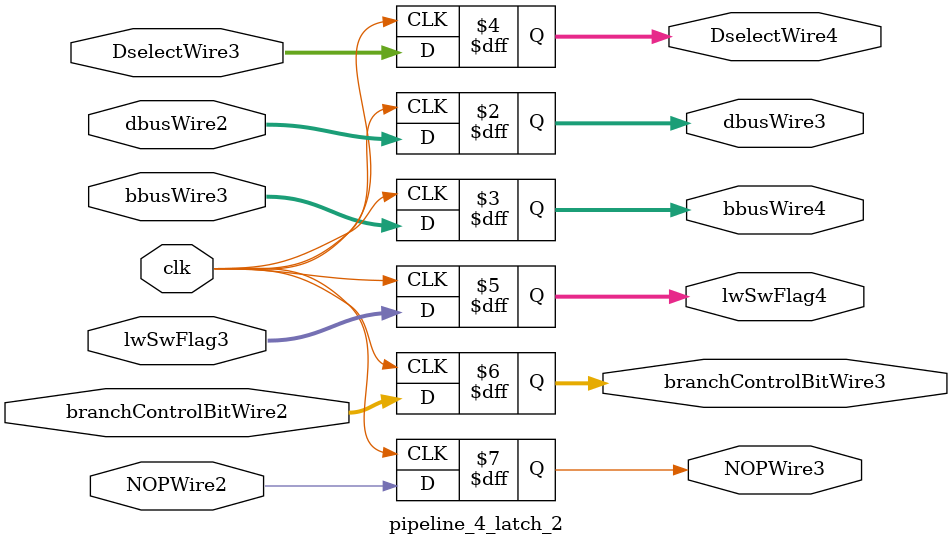
<source format=v>
module pipeline_4_latch_2(clk, dbusWire2, DselectWire3, bbusWire3, lwSwFlag3, dbusWire3, DselectWire4,bbusWire4,lwSwFlag4,branchControlBitWire2,
branchControlBitWire3,NOPWire2,NOPWire3);
  input clk;
  input [63:0] dbusWire2, bbusWire3;
  input [31:0] DselectWire3;
  input [1:0] lwSwFlag3;
  input [2:0] branchControlBitWire2;
  input NOPWire2;
  output [63:0] dbusWire3, bbusWire4;
  output [31:0] DselectWire4;
  output [1:0] lwSwFlag4;
  output [2:0] branchControlBitWire3;
  output NOPWire3;
  reg [63:0] dbusWire3, bbusWire4;
  reg [31:0] DselectWire4;
  reg [1:0] lwSwFlag4;
  reg [2:0] branchControlBitWire3;
  reg NOPWire3;
  always @(posedge clk) begin
    dbusWire3 = dbusWire2;
    DselectWire4 = DselectWire3;
    bbusWire4 = bbusWire3;
    lwSwFlag4 = lwSwFlag3;
    branchControlBitWire3 = branchControlBitWire2;
    NOPWire3 = NOPWire2;
  end
endmodule
</source>
